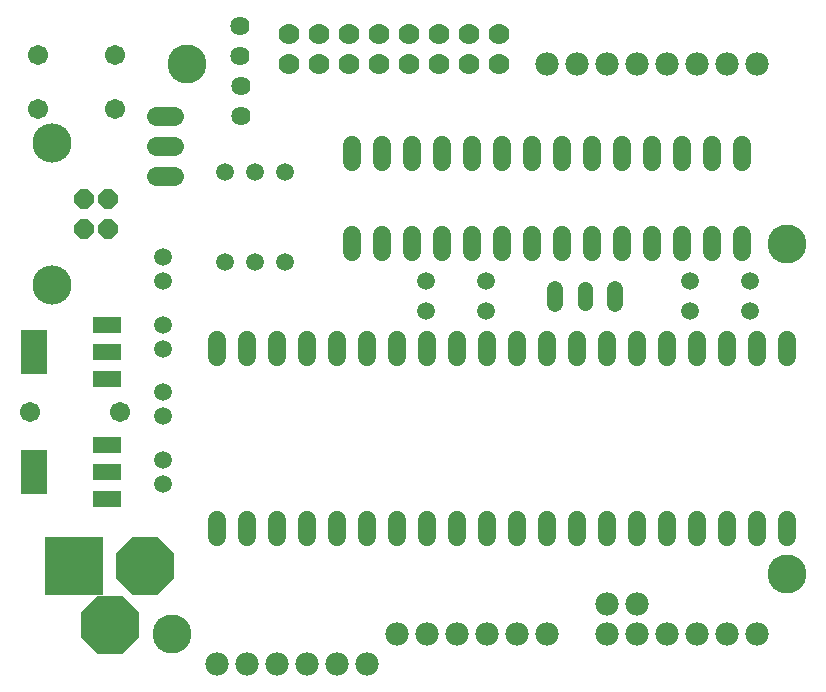
<source format=gts>
G75*
%MOIN*%
%OFA0B0*%
%FSLAX25Y25*%
%IPPOS*%
%LPD*%
%AMOC8*
5,1,8,0,0,1.08239X$1,22.5*
%
%ADD10C,0.12998*%
%ADD11C,0.06000*%
%ADD12C,0.07800*%
%ADD13C,0.07000*%
%ADD14OC8,0.06540*%
%ADD15C,0.13061*%
%ADD16OC8,0.19400*%
%ADD17R,0.19400X0.19400*%
%ADD18R,0.09200X0.05200*%
%ADD19R,0.09061X0.14573*%
%ADD20C,0.05950*%
%ADD21C,0.05200*%
%ADD22C,0.05162*%
%ADD23C,0.06400*%
%ADD24C,0.06737*%
%ADD25C,0.06400*%
D10*
X0081461Y0153333D03*
X0286461Y0173333D03*
X0286461Y0283333D03*
X0086461Y0343333D03*
D11*
X0141461Y0316133D02*
X0141461Y0310533D01*
X0151461Y0310533D02*
X0151461Y0316133D01*
X0161461Y0316133D02*
X0161461Y0310533D01*
X0171461Y0310533D02*
X0171461Y0316133D01*
X0181461Y0316133D02*
X0181461Y0310533D01*
X0191461Y0310533D02*
X0191461Y0316133D01*
X0201461Y0316133D02*
X0201461Y0310533D01*
X0211461Y0310533D02*
X0211461Y0316133D01*
X0221461Y0316133D02*
X0221461Y0310533D01*
X0231461Y0310533D02*
X0231461Y0316133D01*
X0241461Y0316133D02*
X0241461Y0310533D01*
X0251461Y0310533D02*
X0251461Y0316133D01*
X0261461Y0316133D02*
X0261461Y0310533D01*
X0271461Y0310533D02*
X0271461Y0316133D01*
X0271461Y0286133D02*
X0271461Y0280533D01*
X0261461Y0280533D02*
X0261461Y0286133D01*
X0251461Y0286133D02*
X0251461Y0280533D01*
X0241461Y0280533D02*
X0241461Y0286133D01*
X0231461Y0286133D02*
X0231461Y0280533D01*
X0221461Y0280533D02*
X0221461Y0286133D01*
X0211461Y0286133D02*
X0211461Y0280533D01*
X0201461Y0280533D02*
X0201461Y0286133D01*
X0191461Y0286133D02*
X0191461Y0280533D01*
X0181461Y0280533D02*
X0181461Y0286133D01*
X0171461Y0286133D02*
X0171461Y0280533D01*
X0161461Y0280533D02*
X0161461Y0286133D01*
X0151461Y0286133D02*
X0151461Y0280533D01*
X0141461Y0280533D02*
X0141461Y0286133D01*
X0146461Y0251133D02*
X0146461Y0245533D01*
X0156461Y0245533D02*
X0156461Y0251133D01*
X0166461Y0251133D02*
X0166461Y0245533D01*
X0176461Y0245533D02*
X0176461Y0251133D01*
X0186461Y0251133D02*
X0186461Y0245533D01*
X0196461Y0245533D02*
X0196461Y0251133D01*
X0206461Y0251133D02*
X0206461Y0245533D01*
X0216461Y0245533D02*
X0216461Y0251133D01*
X0226461Y0251133D02*
X0226461Y0245533D01*
X0236461Y0245533D02*
X0236461Y0251133D01*
X0246461Y0251133D02*
X0246461Y0245533D01*
X0256461Y0245533D02*
X0256461Y0251133D01*
X0266461Y0251133D02*
X0266461Y0245533D01*
X0276461Y0245533D02*
X0276461Y0251133D01*
X0286461Y0251133D02*
X0286461Y0245533D01*
X0286461Y0191133D02*
X0286461Y0185533D01*
X0276461Y0185533D02*
X0276461Y0191133D01*
X0266461Y0191133D02*
X0266461Y0185533D01*
X0256461Y0185533D02*
X0256461Y0191133D01*
X0246461Y0191133D02*
X0246461Y0185533D01*
X0236461Y0185533D02*
X0236461Y0191133D01*
X0226461Y0191133D02*
X0226461Y0185533D01*
X0216461Y0185533D02*
X0216461Y0191133D01*
X0206461Y0191133D02*
X0206461Y0185533D01*
X0196461Y0185533D02*
X0196461Y0191133D01*
X0186461Y0191133D02*
X0186461Y0185533D01*
X0176461Y0185533D02*
X0176461Y0191133D01*
X0166461Y0191133D02*
X0166461Y0185533D01*
X0156461Y0185533D02*
X0156461Y0191133D01*
X0146461Y0191133D02*
X0146461Y0185533D01*
X0136461Y0185533D02*
X0136461Y0191133D01*
X0126461Y0191133D02*
X0126461Y0185533D01*
X0116461Y0185533D02*
X0116461Y0191133D01*
X0106461Y0191133D02*
X0106461Y0185533D01*
X0096461Y0185533D02*
X0096461Y0191133D01*
X0096461Y0245533D02*
X0096461Y0251133D01*
X0106461Y0251133D02*
X0106461Y0245533D01*
X0116461Y0245533D02*
X0116461Y0251133D01*
X0126461Y0251133D02*
X0126461Y0245533D01*
X0136461Y0245533D02*
X0136461Y0251133D01*
D12*
X0096461Y0143333D03*
X0106461Y0143333D03*
X0116461Y0143333D03*
X0126461Y0143333D03*
X0136461Y0143333D03*
X0146461Y0143333D03*
X0156461Y0153333D03*
X0166461Y0153333D03*
X0176461Y0153333D03*
X0186461Y0153333D03*
X0196461Y0153333D03*
X0206461Y0153333D03*
X0226461Y0153333D03*
X0236461Y0153333D03*
X0246461Y0153333D03*
X0256461Y0153333D03*
X0266461Y0153333D03*
X0276461Y0153333D03*
X0236461Y0163333D03*
X0226461Y0163333D03*
X0226461Y0343333D03*
X0236461Y0343333D03*
X0246461Y0343333D03*
X0256461Y0343333D03*
X0266461Y0343333D03*
X0276461Y0343333D03*
X0216461Y0343333D03*
X0206461Y0343333D03*
D13*
X0190461Y0343333D03*
X0180461Y0343333D03*
X0170461Y0343333D03*
X0170461Y0353333D03*
X0180461Y0353333D03*
X0190461Y0353333D03*
X0160461Y0353333D03*
X0150461Y0353333D03*
X0140461Y0353333D03*
X0130461Y0353333D03*
X0130461Y0343333D03*
X0140461Y0343333D03*
X0150461Y0343333D03*
X0160461Y0343333D03*
X0120461Y0343333D03*
X0120461Y0353333D03*
D14*
X0060004Y0298255D03*
X0052130Y0298255D03*
X0052130Y0288412D03*
X0060004Y0288412D03*
D15*
X0041461Y0269711D03*
X0041461Y0316955D03*
D16*
X0072461Y0176033D03*
X0060661Y0156333D03*
D17*
X0048861Y0176033D03*
D18*
X0059661Y0198233D03*
X0059661Y0207333D03*
X0059661Y0216433D03*
X0059661Y0238233D03*
X0059661Y0247333D03*
X0059661Y0256433D03*
D19*
X0035260Y0247333D03*
X0035260Y0207333D03*
D20*
X0078461Y0203333D03*
X0078461Y0211333D03*
X0078461Y0225833D03*
X0078461Y0233833D03*
X0078461Y0248333D03*
X0078461Y0256333D03*
X0078461Y0270833D03*
X0078461Y0278833D03*
X0098961Y0277333D03*
X0108961Y0277333D03*
X0118961Y0277333D03*
X0118961Y0307333D03*
X0108961Y0307333D03*
X0098961Y0307333D03*
X0165961Y0270833D03*
X0165961Y0260833D03*
X0185961Y0260833D03*
X0185961Y0270833D03*
X0253961Y0270833D03*
X0253961Y0260833D03*
X0273961Y0260833D03*
X0273961Y0270833D03*
D21*
X0228961Y0268233D02*
X0228961Y0263433D01*
X0208961Y0263433D02*
X0208961Y0268233D01*
D22*
X0218961Y0268214D02*
X0218961Y0263452D01*
D23*
X0104461Y0325833D03*
X0104461Y0335833D03*
X0103961Y0345833D03*
X0103961Y0355833D03*
D24*
X0062261Y0346233D03*
X0062261Y0328433D03*
X0036661Y0328433D03*
X0036661Y0346233D03*
X0033961Y0227333D03*
X0063961Y0227333D03*
D25*
X0075961Y0305833D02*
X0081961Y0305833D01*
X0081961Y0315833D02*
X0075961Y0315833D01*
X0075961Y0325833D02*
X0081961Y0325833D01*
M02*

</source>
